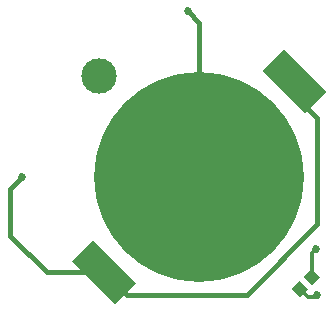
<source format=gbl>
G04 #@! TF.FileFunction,Copper,L2,Bot,Signal*
%FSLAX46Y46*%
G04 Gerber Fmt 4.6, Leading zero omitted, Abs format (unit mm)*
G04 Created by KiCad (PCBNEW 4.0.7) date 01/30/18 20:10:09*
%MOMM*%
%LPD*%
G01*
G04 APERTURE LIST*
%ADD10C,0.100000*%
%ADD11C,17.780000*%
%ADD12C,3.000000*%
%ADD13C,0.685800*%
%ADD14C,0.406400*%
%ADD15C,0.304800*%
G04 APERTURE END LIST*
D10*
D11*
X208820000Y-93250000D03*
D10*
G36*
X216004205Y-82473692D02*
X219596308Y-86065795D01*
X217800257Y-87861846D01*
X214208154Y-84269743D01*
X216004205Y-82473692D01*
X216004205Y-82473692D01*
G37*
G36*
X199839743Y-98638154D02*
X203431846Y-102230257D01*
X201635795Y-104026308D01*
X198043692Y-100434205D01*
X199839743Y-98638154D01*
X199839743Y-98638154D01*
G37*
G36*
X217320000Y-103457107D02*
X216612893Y-102750000D01*
X217320000Y-102042893D01*
X218027107Y-102750000D01*
X217320000Y-103457107D01*
X217320000Y-103457107D01*
G37*
G36*
X218320000Y-102457107D02*
X217612893Y-101750000D01*
X218320000Y-101042893D01*
X219027107Y-101750000D01*
X218320000Y-102457107D01*
X218320000Y-102457107D01*
G37*
D12*
X200320000Y-84750000D03*
D13*
X207820000Y-79250000D03*
X218720000Y-99350000D03*
X193820000Y-93250000D03*
X218820000Y-103250000D03*
D14*
X208820000Y-93250000D02*
X208820000Y-80250000D01*
X208820000Y-80250000D02*
X207820000Y-79250000D01*
D15*
X218320000Y-101750000D02*
X218320000Y-99750000D01*
X218320000Y-99750000D02*
X218720000Y-99350000D01*
D14*
X216902231Y-85167769D02*
X216902231Y-86332231D01*
X216902231Y-86332231D02*
X218820000Y-88250000D01*
X218820000Y-88250000D02*
X218820000Y-97250000D01*
X218820000Y-97250000D02*
X212820000Y-103250000D01*
X212820000Y-103250000D02*
X202655538Y-103250000D01*
X202655538Y-103250000D02*
X200737769Y-101332231D01*
X200737769Y-101332231D02*
X195902231Y-101332231D01*
X192820000Y-94250000D02*
X193820000Y-93250000D01*
X192820000Y-98250000D02*
X192820000Y-94250000D01*
X195902231Y-101332231D02*
X192820000Y-98250000D01*
D15*
X217320000Y-102750000D02*
X218020000Y-103450000D01*
X218020000Y-103450000D02*
X218620000Y-103450000D01*
X218620000Y-103450000D02*
X218820000Y-103250000D01*
M02*

</source>
